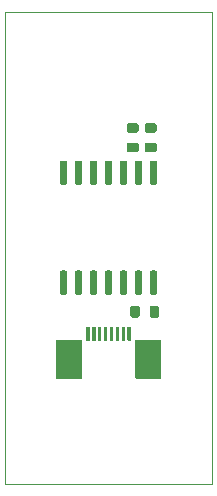
<source format=gtp>
G04 #@! TF.GenerationSoftware,KiCad,Pcbnew,(5.1.5-0-10_14)*
G04 #@! TF.CreationDate,2020-04-10T20:26:08+03:00*
G04 #@! TF.ProjectId,connector-breakout-a1,636f6e6e-6563-4746-9f72-2d627265616b,rev?*
G04 #@! TF.SameCoordinates,Original*
G04 #@! TF.FileFunction,Paste,Top*
G04 #@! TF.FilePolarity,Positive*
%FSLAX46Y46*%
G04 Gerber Fmt 4.6, Leading zero omitted, Abs format (unit mm)*
G04 Created by KiCad (PCBNEW (5.1.5-0-10_14)) date 2020-04-10 20:26:08*
%MOMM*%
%LPD*%
G04 APERTURE LIST*
%ADD10C,0.010000*%
%ADD11C,0.100000*%
G04 APERTURE END LIST*
D10*
X100749999Y-110990000D02*
X83250001Y-110990000D01*
X83250001Y-110990000D02*
X83250000Y-70990000D01*
X100750001Y-70990000D02*
X100749999Y-110990000D01*
X83250000Y-70990000D02*
X100750000Y-70990000D01*
D11*
G36*
X96077579Y-95880963D02*
G01*
X96096996Y-95883843D01*
X96116038Y-95888613D01*
X96134520Y-95895226D01*
X96152265Y-95903619D01*
X96169102Y-95913711D01*
X96184869Y-95925404D01*
X96199413Y-95938587D01*
X96212596Y-95953131D01*
X96224289Y-95968898D01*
X96234381Y-95985735D01*
X96242774Y-96003480D01*
X96249387Y-96021962D01*
X96254157Y-96041004D01*
X96257037Y-96060421D01*
X96258000Y-96080027D01*
X96258000Y-96699973D01*
X96257037Y-96719579D01*
X96254157Y-96738996D01*
X96249387Y-96758038D01*
X96242774Y-96776520D01*
X96234381Y-96794265D01*
X96224289Y-96811102D01*
X96212596Y-96826869D01*
X96199413Y-96841413D01*
X96184869Y-96854596D01*
X96169102Y-96866289D01*
X96152265Y-96876381D01*
X96134520Y-96884774D01*
X96116038Y-96891387D01*
X96096996Y-96896157D01*
X96077579Y-96899037D01*
X96057973Y-96900000D01*
X95668027Y-96900000D01*
X95648421Y-96899037D01*
X95629004Y-96896157D01*
X95609962Y-96891387D01*
X95591480Y-96884774D01*
X95573735Y-96876381D01*
X95556898Y-96866289D01*
X95541131Y-96854596D01*
X95526587Y-96841413D01*
X95513404Y-96826869D01*
X95501711Y-96811102D01*
X95491619Y-96794265D01*
X95483226Y-96776520D01*
X95476613Y-96758038D01*
X95471843Y-96738996D01*
X95468963Y-96719579D01*
X95468000Y-96699973D01*
X95468000Y-96080027D01*
X95468963Y-96060421D01*
X95471843Y-96041004D01*
X95476613Y-96021962D01*
X95483226Y-96003480D01*
X95491619Y-95985735D01*
X95501711Y-95968898D01*
X95513404Y-95953131D01*
X95526587Y-95938587D01*
X95541131Y-95925404D01*
X95556898Y-95913711D01*
X95573735Y-95903619D01*
X95591480Y-95895226D01*
X95609962Y-95888613D01*
X95629004Y-95883843D01*
X95648421Y-95880963D01*
X95668027Y-95880000D01*
X96057973Y-95880000D01*
X96077579Y-95880963D01*
G37*
G36*
X94447579Y-95880963D02*
G01*
X94466996Y-95883843D01*
X94486038Y-95888613D01*
X94504520Y-95895226D01*
X94522265Y-95903619D01*
X94539102Y-95913711D01*
X94554869Y-95925404D01*
X94569413Y-95938587D01*
X94582596Y-95953131D01*
X94594289Y-95968898D01*
X94604381Y-95985735D01*
X94612774Y-96003480D01*
X94619387Y-96021962D01*
X94624157Y-96041004D01*
X94627037Y-96060421D01*
X94628000Y-96080027D01*
X94628000Y-96699973D01*
X94627037Y-96719579D01*
X94624157Y-96738996D01*
X94619387Y-96758038D01*
X94612774Y-96776520D01*
X94604381Y-96794265D01*
X94594289Y-96811102D01*
X94582596Y-96826869D01*
X94569413Y-96841413D01*
X94554869Y-96854596D01*
X94539102Y-96866289D01*
X94522265Y-96876381D01*
X94504520Y-96884774D01*
X94486038Y-96891387D01*
X94466996Y-96896157D01*
X94447579Y-96899037D01*
X94427973Y-96900000D01*
X94038027Y-96900000D01*
X94018421Y-96899037D01*
X93999004Y-96896157D01*
X93979962Y-96891387D01*
X93961480Y-96884774D01*
X93943735Y-96876381D01*
X93926898Y-96866289D01*
X93911131Y-96854596D01*
X93896587Y-96841413D01*
X93883404Y-96826869D01*
X93871711Y-96811102D01*
X93861619Y-96794265D01*
X93853226Y-96776520D01*
X93846613Y-96758038D01*
X93841843Y-96738996D01*
X93838963Y-96719579D01*
X93838000Y-96699973D01*
X93838000Y-96080027D01*
X93838963Y-96060421D01*
X93841843Y-96041004D01*
X93846613Y-96021962D01*
X93853226Y-96003480D01*
X93861619Y-95985735D01*
X93871711Y-95968898D01*
X93883404Y-95953131D01*
X93896587Y-95938587D01*
X93911131Y-95925404D01*
X93926898Y-95913711D01*
X93943735Y-95903619D01*
X93961480Y-95895226D01*
X93979962Y-95888613D01*
X93999004Y-95883843D01*
X94018421Y-95880963D01*
X94038027Y-95880000D01*
X94427973Y-95880000D01*
X94447579Y-95880963D01*
G37*
G36*
X94361579Y-80448963D02*
G01*
X94380996Y-80451843D01*
X94400038Y-80456613D01*
X94418520Y-80463226D01*
X94436265Y-80471619D01*
X94453102Y-80481711D01*
X94468869Y-80493404D01*
X94483413Y-80506587D01*
X94496596Y-80521131D01*
X94508289Y-80536898D01*
X94518381Y-80553735D01*
X94526774Y-80571480D01*
X94533387Y-80589962D01*
X94538157Y-80609004D01*
X94541037Y-80628421D01*
X94542000Y-80648027D01*
X94542000Y-81037973D01*
X94541037Y-81057579D01*
X94538157Y-81076996D01*
X94533387Y-81096038D01*
X94526774Y-81114520D01*
X94518381Y-81132265D01*
X94508289Y-81149102D01*
X94496596Y-81164869D01*
X94483413Y-81179413D01*
X94468869Y-81192596D01*
X94453102Y-81204289D01*
X94436265Y-81214381D01*
X94418520Y-81222774D01*
X94400038Y-81229387D01*
X94380996Y-81234157D01*
X94361579Y-81237037D01*
X94341973Y-81238000D01*
X93722027Y-81238000D01*
X93702421Y-81237037D01*
X93683004Y-81234157D01*
X93663962Y-81229387D01*
X93645480Y-81222774D01*
X93627735Y-81214381D01*
X93610898Y-81204289D01*
X93595131Y-81192596D01*
X93580587Y-81179413D01*
X93567404Y-81164869D01*
X93555711Y-81149102D01*
X93545619Y-81132265D01*
X93537226Y-81114520D01*
X93530613Y-81096038D01*
X93525843Y-81076996D01*
X93522963Y-81057579D01*
X93522000Y-81037973D01*
X93522000Y-80648027D01*
X93522963Y-80628421D01*
X93525843Y-80609004D01*
X93530613Y-80589962D01*
X93537226Y-80571480D01*
X93545619Y-80553735D01*
X93555711Y-80536898D01*
X93567404Y-80521131D01*
X93580587Y-80506587D01*
X93595131Y-80493404D01*
X93610898Y-80481711D01*
X93627735Y-80471619D01*
X93645480Y-80463226D01*
X93663962Y-80456613D01*
X93683004Y-80451843D01*
X93702421Y-80448963D01*
X93722027Y-80448000D01*
X94341973Y-80448000D01*
X94361579Y-80448963D01*
G37*
G36*
X94361579Y-82078963D02*
G01*
X94380996Y-82081843D01*
X94400038Y-82086613D01*
X94418520Y-82093226D01*
X94436265Y-82101619D01*
X94453102Y-82111711D01*
X94468869Y-82123404D01*
X94483413Y-82136587D01*
X94496596Y-82151131D01*
X94508289Y-82166898D01*
X94518381Y-82183735D01*
X94526774Y-82201480D01*
X94533387Y-82219962D01*
X94538157Y-82239004D01*
X94541037Y-82258421D01*
X94542000Y-82278027D01*
X94542000Y-82667973D01*
X94541037Y-82687579D01*
X94538157Y-82706996D01*
X94533387Y-82726038D01*
X94526774Y-82744520D01*
X94518381Y-82762265D01*
X94508289Y-82779102D01*
X94496596Y-82794869D01*
X94483413Y-82809413D01*
X94468869Y-82822596D01*
X94453102Y-82834289D01*
X94436265Y-82844381D01*
X94418520Y-82852774D01*
X94400038Y-82859387D01*
X94380996Y-82864157D01*
X94361579Y-82867037D01*
X94341973Y-82868000D01*
X93722027Y-82868000D01*
X93702421Y-82867037D01*
X93683004Y-82864157D01*
X93663962Y-82859387D01*
X93645480Y-82852774D01*
X93627735Y-82844381D01*
X93610898Y-82834289D01*
X93595131Y-82822596D01*
X93580587Y-82809413D01*
X93567404Y-82794869D01*
X93555711Y-82779102D01*
X93545619Y-82762265D01*
X93537226Y-82744520D01*
X93530613Y-82726038D01*
X93525843Y-82706996D01*
X93522963Y-82687579D01*
X93522000Y-82667973D01*
X93522000Y-82278027D01*
X93522963Y-82258421D01*
X93525843Y-82239004D01*
X93530613Y-82219962D01*
X93537226Y-82201480D01*
X93545619Y-82183735D01*
X93555711Y-82166898D01*
X93567404Y-82151131D01*
X93580587Y-82136587D01*
X93595131Y-82123404D01*
X93610898Y-82111711D01*
X93627735Y-82101619D01*
X93645480Y-82093226D01*
X93663962Y-82086613D01*
X93683004Y-82081843D01*
X93702421Y-82078963D01*
X93722027Y-82078000D01*
X94341973Y-82078000D01*
X94361579Y-82078963D01*
G37*
G36*
X95885579Y-82078963D02*
G01*
X95904996Y-82081843D01*
X95924038Y-82086613D01*
X95942520Y-82093226D01*
X95960265Y-82101619D01*
X95977102Y-82111711D01*
X95992869Y-82123404D01*
X96007413Y-82136587D01*
X96020596Y-82151131D01*
X96032289Y-82166898D01*
X96042381Y-82183735D01*
X96050774Y-82201480D01*
X96057387Y-82219962D01*
X96062157Y-82239004D01*
X96065037Y-82258421D01*
X96066000Y-82278027D01*
X96066000Y-82667973D01*
X96065037Y-82687579D01*
X96062157Y-82706996D01*
X96057387Y-82726038D01*
X96050774Y-82744520D01*
X96042381Y-82762265D01*
X96032289Y-82779102D01*
X96020596Y-82794869D01*
X96007413Y-82809413D01*
X95992869Y-82822596D01*
X95977102Y-82834289D01*
X95960265Y-82844381D01*
X95942520Y-82852774D01*
X95924038Y-82859387D01*
X95904996Y-82864157D01*
X95885579Y-82867037D01*
X95865973Y-82868000D01*
X95246027Y-82868000D01*
X95226421Y-82867037D01*
X95207004Y-82864157D01*
X95187962Y-82859387D01*
X95169480Y-82852774D01*
X95151735Y-82844381D01*
X95134898Y-82834289D01*
X95119131Y-82822596D01*
X95104587Y-82809413D01*
X95091404Y-82794869D01*
X95079711Y-82779102D01*
X95069619Y-82762265D01*
X95061226Y-82744520D01*
X95054613Y-82726038D01*
X95049843Y-82706996D01*
X95046963Y-82687579D01*
X95046000Y-82667973D01*
X95046000Y-82278027D01*
X95046963Y-82258421D01*
X95049843Y-82239004D01*
X95054613Y-82219962D01*
X95061226Y-82201480D01*
X95069619Y-82183735D01*
X95079711Y-82166898D01*
X95091404Y-82151131D01*
X95104587Y-82136587D01*
X95119131Y-82123404D01*
X95134898Y-82111711D01*
X95151735Y-82101619D01*
X95169480Y-82093226D01*
X95187962Y-82086613D01*
X95207004Y-82081843D01*
X95226421Y-82078963D01*
X95246027Y-82078000D01*
X95865973Y-82078000D01*
X95885579Y-82078963D01*
G37*
G36*
X95885579Y-80448963D02*
G01*
X95904996Y-80451843D01*
X95924038Y-80456613D01*
X95942520Y-80463226D01*
X95960265Y-80471619D01*
X95977102Y-80481711D01*
X95992869Y-80493404D01*
X96007413Y-80506587D01*
X96020596Y-80521131D01*
X96032289Y-80536898D01*
X96042381Y-80553735D01*
X96050774Y-80571480D01*
X96057387Y-80589962D01*
X96062157Y-80609004D01*
X96065037Y-80628421D01*
X96066000Y-80648027D01*
X96066000Y-81037973D01*
X96065037Y-81057579D01*
X96062157Y-81076996D01*
X96057387Y-81096038D01*
X96050774Y-81114520D01*
X96042381Y-81132265D01*
X96032289Y-81149102D01*
X96020596Y-81164869D01*
X96007413Y-81179413D01*
X95992869Y-81192596D01*
X95977102Y-81204289D01*
X95960265Y-81214381D01*
X95942520Y-81222774D01*
X95924038Y-81229387D01*
X95904996Y-81234157D01*
X95885579Y-81237037D01*
X95865973Y-81238000D01*
X95246027Y-81238000D01*
X95226421Y-81237037D01*
X95207004Y-81234157D01*
X95187962Y-81229387D01*
X95169480Y-81222774D01*
X95151735Y-81214381D01*
X95134898Y-81204289D01*
X95119131Y-81192596D01*
X95104587Y-81179413D01*
X95091404Y-81164869D01*
X95079711Y-81149102D01*
X95069619Y-81132265D01*
X95061226Y-81114520D01*
X95054613Y-81096038D01*
X95049843Y-81076996D01*
X95046963Y-81057579D01*
X95046000Y-81037973D01*
X95046000Y-80648027D01*
X95046963Y-80628421D01*
X95049843Y-80609004D01*
X95054613Y-80589962D01*
X95061226Y-80571480D01*
X95069619Y-80553735D01*
X95079711Y-80536898D01*
X95091404Y-80521131D01*
X95104587Y-80506587D01*
X95119131Y-80493404D01*
X95134898Y-80481711D01*
X95151735Y-80471619D01*
X95169480Y-80463226D01*
X95187962Y-80456613D01*
X95207004Y-80451843D01*
X95226421Y-80448963D01*
X95246027Y-80448000D01*
X95865973Y-80448000D01*
X95885579Y-80448963D01*
G37*
G36*
X88354703Y-92903722D02*
G01*
X88369264Y-92905882D01*
X88383543Y-92909459D01*
X88397403Y-92914418D01*
X88410710Y-92920712D01*
X88423336Y-92928280D01*
X88435159Y-92937048D01*
X88446066Y-92946934D01*
X88455952Y-92957841D01*
X88464720Y-92969664D01*
X88472288Y-92982290D01*
X88478582Y-92995597D01*
X88483541Y-93009457D01*
X88487118Y-93023736D01*
X88489278Y-93038297D01*
X88490000Y-93053000D01*
X88490000Y-94803000D01*
X88489278Y-94817703D01*
X88487118Y-94832264D01*
X88483541Y-94846543D01*
X88478582Y-94860403D01*
X88472288Y-94873710D01*
X88464720Y-94886336D01*
X88455952Y-94898159D01*
X88446066Y-94909066D01*
X88435159Y-94918952D01*
X88423336Y-94927720D01*
X88410710Y-94935288D01*
X88397403Y-94941582D01*
X88383543Y-94946541D01*
X88369264Y-94950118D01*
X88354703Y-94952278D01*
X88340000Y-94953000D01*
X88040000Y-94953000D01*
X88025297Y-94952278D01*
X88010736Y-94950118D01*
X87996457Y-94946541D01*
X87982597Y-94941582D01*
X87969290Y-94935288D01*
X87956664Y-94927720D01*
X87944841Y-94918952D01*
X87933934Y-94909066D01*
X87924048Y-94898159D01*
X87915280Y-94886336D01*
X87907712Y-94873710D01*
X87901418Y-94860403D01*
X87896459Y-94846543D01*
X87892882Y-94832264D01*
X87890722Y-94817703D01*
X87890000Y-94803000D01*
X87890000Y-93053000D01*
X87890722Y-93038297D01*
X87892882Y-93023736D01*
X87896459Y-93009457D01*
X87901418Y-92995597D01*
X87907712Y-92982290D01*
X87915280Y-92969664D01*
X87924048Y-92957841D01*
X87933934Y-92946934D01*
X87944841Y-92937048D01*
X87956664Y-92928280D01*
X87969290Y-92920712D01*
X87982597Y-92914418D01*
X87996457Y-92909459D01*
X88010736Y-92905882D01*
X88025297Y-92903722D01*
X88040000Y-92903000D01*
X88340000Y-92903000D01*
X88354703Y-92903722D01*
G37*
G36*
X89624703Y-92903722D02*
G01*
X89639264Y-92905882D01*
X89653543Y-92909459D01*
X89667403Y-92914418D01*
X89680710Y-92920712D01*
X89693336Y-92928280D01*
X89705159Y-92937048D01*
X89716066Y-92946934D01*
X89725952Y-92957841D01*
X89734720Y-92969664D01*
X89742288Y-92982290D01*
X89748582Y-92995597D01*
X89753541Y-93009457D01*
X89757118Y-93023736D01*
X89759278Y-93038297D01*
X89760000Y-93053000D01*
X89760000Y-94803000D01*
X89759278Y-94817703D01*
X89757118Y-94832264D01*
X89753541Y-94846543D01*
X89748582Y-94860403D01*
X89742288Y-94873710D01*
X89734720Y-94886336D01*
X89725952Y-94898159D01*
X89716066Y-94909066D01*
X89705159Y-94918952D01*
X89693336Y-94927720D01*
X89680710Y-94935288D01*
X89667403Y-94941582D01*
X89653543Y-94946541D01*
X89639264Y-94950118D01*
X89624703Y-94952278D01*
X89610000Y-94953000D01*
X89310000Y-94953000D01*
X89295297Y-94952278D01*
X89280736Y-94950118D01*
X89266457Y-94946541D01*
X89252597Y-94941582D01*
X89239290Y-94935288D01*
X89226664Y-94927720D01*
X89214841Y-94918952D01*
X89203934Y-94909066D01*
X89194048Y-94898159D01*
X89185280Y-94886336D01*
X89177712Y-94873710D01*
X89171418Y-94860403D01*
X89166459Y-94846543D01*
X89162882Y-94832264D01*
X89160722Y-94817703D01*
X89160000Y-94803000D01*
X89160000Y-93053000D01*
X89160722Y-93038297D01*
X89162882Y-93023736D01*
X89166459Y-93009457D01*
X89171418Y-92995597D01*
X89177712Y-92982290D01*
X89185280Y-92969664D01*
X89194048Y-92957841D01*
X89203934Y-92946934D01*
X89214841Y-92937048D01*
X89226664Y-92928280D01*
X89239290Y-92920712D01*
X89252597Y-92914418D01*
X89266457Y-92909459D01*
X89280736Y-92905882D01*
X89295297Y-92903722D01*
X89310000Y-92903000D01*
X89610000Y-92903000D01*
X89624703Y-92903722D01*
G37*
G36*
X90894703Y-92903722D02*
G01*
X90909264Y-92905882D01*
X90923543Y-92909459D01*
X90937403Y-92914418D01*
X90950710Y-92920712D01*
X90963336Y-92928280D01*
X90975159Y-92937048D01*
X90986066Y-92946934D01*
X90995952Y-92957841D01*
X91004720Y-92969664D01*
X91012288Y-92982290D01*
X91018582Y-92995597D01*
X91023541Y-93009457D01*
X91027118Y-93023736D01*
X91029278Y-93038297D01*
X91030000Y-93053000D01*
X91030000Y-94803000D01*
X91029278Y-94817703D01*
X91027118Y-94832264D01*
X91023541Y-94846543D01*
X91018582Y-94860403D01*
X91012288Y-94873710D01*
X91004720Y-94886336D01*
X90995952Y-94898159D01*
X90986066Y-94909066D01*
X90975159Y-94918952D01*
X90963336Y-94927720D01*
X90950710Y-94935288D01*
X90937403Y-94941582D01*
X90923543Y-94946541D01*
X90909264Y-94950118D01*
X90894703Y-94952278D01*
X90880000Y-94953000D01*
X90580000Y-94953000D01*
X90565297Y-94952278D01*
X90550736Y-94950118D01*
X90536457Y-94946541D01*
X90522597Y-94941582D01*
X90509290Y-94935288D01*
X90496664Y-94927720D01*
X90484841Y-94918952D01*
X90473934Y-94909066D01*
X90464048Y-94898159D01*
X90455280Y-94886336D01*
X90447712Y-94873710D01*
X90441418Y-94860403D01*
X90436459Y-94846543D01*
X90432882Y-94832264D01*
X90430722Y-94817703D01*
X90430000Y-94803000D01*
X90430000Y-93053000D01*
X90430722Y-93038297D01*
X90432882Y-93023736D01*
X90436459Y-93009457D01*
X90441418Y-92995597D01*
X90447712Y-92982290D01*
X90455280Y-92969664D01*
X90464048Y-92957841D01*
X90473934Y-92946934D01*
X90484841Y-92937048D01*
X90496664Y-92928280D01*
X90509290Y-92920712D01*
X90522597Y-92914418D01*
X90536457Y-92909459D01*
X90550736Y-92905882D01*
X90565297Y-92903722D01*
X90580000Y-92903000D01*
X90880000Y-92903000D01*
X90894703Y-92903722D01*
G37*
G36*
X92164703Y-92903722D02*
G01*
X92179264Y-92905882D01*
X92193543Y-92909459D01*
X92207403Y-92914418D01*
X92220710Y-92920712D01*
X92233336Y-92928280D01*
X92245159Y-92937048D01*
X92256066Y-92946934D01*
X92265952Y-92957841D01*
X92274720Y-92969664D01*
X92282288Y-92982290D01*
X92288582Y-92995597D01*
X92293541Y-93009457D01*
X92297118Y-93023736D01*
X92299278Y-93038297D01*
X92300000Y-93053000D01*
X92300000Y-94803000D01*
X92299278Y-94817703D01*
X92297118Y-94832264D01*
X92293541Y-94846543D01*
X92288582Y-94860403D01*
X92282288Y-94873710D01*
X92274720Y-94886336D01*
X92265952Y-94898159D01*
X92256066Y-94909066D01*
X92245159Y-94918952D01*
X92233336Y-94927720D01*
X92220710Y-94935288D01*
X92207403Y-94941582D01*
X92193543Y-94946541D01*
X92179264Y-94950118D01*
X92164703Y-94952278D01*
X92150000Y-94953000D01*
X91850000Y-94953000D01*
X91835297Y-94952278D01*
X91820736Y-94950118D01*
X91806457Y-94946541D01*
X91792597Y-94941582D01*
X91779290Y-94935288D01*
X91766664Y-94927720D01*
X91754841Y-94918952D01*
X91743934Y-94909066D01*
X91734048Y-94898159D01*
X91725280Y-94886336D01*
X91717712Y-94873710D01*
X91711418Y-94860403D01*
X91706459Y-94846543D01*
X91702882Y-94832264D01*
X91700722Y-94817703D01*
X91700000Y-94803000D01*
X91700000Y-93053000D01*
X91700722Y-93038297D01*
X91702882Y-93023736D01*
X91706459Y-93009457D01*
X91711418Y-92995597D01*
X91717712Y-92982290D01*
X91725280Y-92969664D01*
X91734048Y-92957841D01*
X91743934Y-92946934D01*
X91754841Y-92937048D01*
X91766664Y-92928280D01*
X91779290Y-92920712D01*
X91792597Y-92914418D01*
X91806457Y-92909459D01*
X91820736Y-92905882D01*
X91835297Y-92903722D01*
X91850000Y-92903000D01*
X92150000Y-92903000D01*
X92164703Y-92903722D01*
G37*
G36*
X93434703Y-92903722D02*
G01*
X93449264Y-92905882D01*
X93463543Y-92909459D01*
X93477403Y-92914418D01*
X93490710Y-92920712D01*
X93503336Y-92928280D01*
X93515159Y-92937048D01*
X93526066Y-92946934D01*
X93535952Y-92957841D01*
X93544720Y-92969664D01*
X93552288Y-92982290D01*
X93558582Y-92995597D01*
X93563541Y-93009457D01*
X93567118Y-93023736D01*
X93569278Y-93038297D01*
X93570000Y-93053000D01*
X93570000Y-94803000D01*
X93569278Y-94817703D01*
X93567118Y-94832264D01*
X93563541Y-94846543D01*
X93558582Y-94860403D01*
X93552288Y-94873710D01*
X93544720Y-94886336D01*
X93535952Y-94898159D01*
X93526066Y-94909066D01*
X93515159Y-94918952D01*
X93503336Y-94927720D01*
X93490710Y-94935288D01*
X93477403Y-94941582D01*
X93463543Y-94946541D01*
X93449264Y-94950118D01*
X93434703Y-94952278D01*
X93420000Y-94953000D01*
X93120000Y-94953000D01*
X93105297Y-94952278D01*
X93090736Y-94950118D01*
X93076457Y-94946541D01*
X93062597Y-94941582D01*
X93049290Y-94935288D01*
X93036664Y-94927720D01*
X93024841Y-94918952D01*
X93013934Y-94909066D01*
X93004048Y-94898159D01*
X92995280Y-94886336D01*
X92987712Y-94873710D01*
X92981418Y-94860403D01*
X92976459Y-94846543D01*
X92972882Y-94832264D01*
X92970722Y-94817703D01*
X92970000Y-94803000D01*
X92970000Y-93053000D01*
X92970722Y-93038297D01*
X92972882Y-93023736D01*
X92976459Y-93009457D01*
X92981418Y-92995597D01*
X92987712Y-92982290D01*
X92995280Y-92969664D01*
X93004048Y-92957841D01*
X93013934Y-92946934D01*
X93024841Y-92937048D01*
X93036664Y-92928280D01*
X93049290Y-92920712D01*
X93062597Y-92914418D01*
X93076457Y-92909459D01*
X93090736Y-92905882D01*
X93105297Y-92903722D01*
X93120000Y-92903000D01*
X93420000Y-92903000D01*
X93434703Y-92903722D01*
G37*
G36*
X94704703Y-92903722D02*
G01*
X94719264Y-92905882D01*
X94733543Y-92909459D01*
X94747403Y-92914418D01*
X94760710Y-92920712D01*
X94773336Y-92928280D01*
X94785159Y-92937048D01*
X94796066Y-92946934D01*
X94805952Y-92957841D01*
X94814720Y-92969664D01*
X94822288Y-92982290D01*
X94828582Y-92995597D01*
X94833541Y-93009457D01*
X94837118Y-93023736D01*
X94839278Y-93038297D01*
X94840000Y-93053000D01*
X94840000Y-94803000D01*
X94839278Y-94817703D01*
X94837118Y-94832264D01*
X94833541Y-94846543D01*
X94828582Y-94860403D01*
X94822288Y-94873710D01*
X94814720Y-94886336D01*
X94805952Y-94898159D01*
X94796066Y-94909066D01*
X94785159Y-94918952D01*
X94773336Y-94927720D01*
X94760710Y-94935288D01*
X94747403Y-94941582D01*
X94733543Y-94946541D01*
X94719264Y-94950118D01*
X94704703Y-94952278D01*
X94690000Y-94953000D01*
X94390000Y-94953000D01*
X94375297Y-94952278D01*
X94360736Y-94950118D01*
X94346457Y-94946541D01*
X94332597Y-94941582D01*
X94319290Y-94935288D01*
X94306664Y-94927720D01*
X94294841Y-94918952D01*
X94283934Y-94909066D01*
X94274048Y-94898159D01*
X94265280Y-94886336D01*
X94257712Y-94873710D01*
X94251418Y-94860403D01*
X94246459Y-94846543D01*
X94242882Y-94832264D01*
X94240722Y-94817703D01*
X94240000Y-94803000D01*
X94240000Y-93053000D01*
X94240722Y-93038297D01*
X94242882Y-93023736D01*
X94246459Y-93009457D01*
X94251418Y-92995597D01*
X94257712Y-92982290D01*
X94265280Y-92969664D01*
X94274048Y-92957841D01*
X94283934Y-92946934D01*
X94294841Y-92937048D01*
X94306664Y-92928280D01*
X94319290Y-92920712D01*
X94332597Y-92914418D01*
X94346457Y-92909459D01*
X94360736Y-92905882D01*
X94375297Y-92903722D01*
X94390000Y-92903000D01*
X94690000Y-92903000D01*
X94704703Y-92903722D01*
G37*
G36*
X95974703Y-92903722D02*
G01*
X95989264Y-92905882D01*
X96003543Y-92909459D01*
X96017403Y-92914418D01*
X96030710Y-92920712D01*
X96043336Y-92928280D01*
X96055159Y-92937048D01*
X96066066Y-92946934D01*
X96075952Y-92957841D01*
X96084720Y-92969664D01*
X96092288Y-92982290D01*
X96098582Y-92995597D01*
X96103541Y-93009457D01*
X96107118Y-93023736D01*
X96109278Y-93038297D01*
X96110000Y-93053000D01*
X96110000Y-94803000D01*
X96109278Y-94817703D01*
X96107118Y-94832264D01*
X96103541Y-94846543D01*
X96098582Y-94860403D01*
X96092288Y-94873710D01*
X96084720Y-94886336D01*
X96075952Y-94898159D01*
X96066066Y-94909066D01*
X96055159Y-94918952D01*
X96043336Y-94927720D01*
X96030710Y-94935288D01*
X96017403Y-94941582D01*
X96003543Y-94946541D01*
X95989264Y-94950118D01*
X95974703Y-94952278D01*
X95960000Y-94953000D01*
X95660000Y-94953000D01*
X95645297Y-94952278D01*
X95630736Y-94950118D01*
X95616457Y-94946541D01*
X95602597Y-94941582D01*
X95589290Y-94935288D01*
X95576664Y-94927720D01*
X95564841Y-94918952D01*
X95553934Y-94909066D01*
X95544048Y-94898159D01*
X95535280Y-94886336D01*
X95527712Y-94873710D01*
X95521418Y-94860403D01*
X95516459Y-94846543D01*
X95512882Y-94832264D01*
X95510722Y-94817703D01*
X95510000Y-94803000D01*
X95510000Y-93053000D01*
X95510722Y-93038297D01*
X95512882Y-93023736D01*
X95516459Y-93009457D01*
X95521418Y-92995597D01*
X95527712Y-92982290D01*
X95535280Y-92969664D01*
X95544048Y-92957841D01*
X95553934Y-92946934D01*
X95564841Y-92937048D01*
X95576664Y-92928280D01*
X95589290Y-92920712D01*
X95602597Y-92914418D01*
X95616457Y-92909459D01*
X95630736Y-92905882D01*
X95645297Y-92903722D01*
X95660000Y-92903000D01*
X95960000Y-92903000D01*
X95974703Y-92903722D01*
G37*
G36*
X95974703Y-83603722D02*
G01*
X95989264Y-83605882D01*
X96003543Y-83609459D01*
X96017403Y-83614418D01*
X96030710Y-83620712D01*
X96043336Y-83628280D01*
X96055159Y-83637048D01*
X96066066Y-83646934D01*
X96075952Y-83657841D01*
X96084720Y-83669664D01*
X96092288Y-83682290D01*
X96098582Y-83695597D01*
X96103541Y-83709457D01*
X96107118Y-83723736D01*
X96109278Y-83738297D01*
X96110000Y-83753000D01*
X96110000Y-85503000D01*
X96109278Y-85517703D01*
X96107118Y-85532264D01*
X96103541Y-85546543D01*
X96098582Y-85560403D01*
X96092288Y-85573710D01*
X96084720Y-85586336D01*
X96075952Y-85598159D01*
X96066066Y-85609066D01*
X96055159Y-85618952D01*
X96043336Y-85627720D01*
X96030710Y-85635288D01*
X96017403Y-85641582D01*
X96003543Y-85646541D01*
X95989264Y-85650118D01*
X95974703Y-85652278D01*
X95960000Y-85653000D01*
X95660000Y-85653000D01*
X95645297Y-85652278D01*
X95630736Y-85650118D01*
X95616457Y-85646541D01*
X95602597Y-85641582D01*
X95589290Y-85635288D01*
X95576664Y-85627720D01*
X95564841Y-85618952D01*
X95553934Y-85609066D01*
X95544048Y-85598159D01*
X95535280Y-85586336D01*
X95527712Y-85573710D01*
X95521418Y-85560403D01*
X95516459Y-85546543D01*
X95512882Y-85532264D01*
X95510722Y-85517703D01*
X95510000Y-85503000D01*
X95510000Y-83753000D01*
X95510722Y-83738297D01*
X95512882Y-83723736D01*
X95516459Y-83709457D01*
X95521418Y-83695597D01*
X95527712Y-83682290D01*
X95535280Y-83669664D01*
X95544048Y-83657841D01*
X95553934Y-83646934D01*
X95564841Y-83637048D01*
X95576664Y-83628280D01*
X95589290Y-83620712D01*
X95602597Y-83614418D01*
X95616457Y-83609459D01*
X95630736Y-83605882D01*
X95645297Y-83603722D01*
X95660000Y-83603000D01*
X95960000Y-83603000D01*
X95974703Y-83603722D01*
G37*
G36*
X94704703Y-83603722D02*
G01*
X94719264Y-83605882D01*
X94733543Y-83609459D01*
X94747403Y-83614418D01*
X94760710Y-83620712D01*
X94773336Y-83628280D01*
X94785159Y-83637048D01*
X94796066Y-83646934D01*
X94805952Y-83657841D01*
X94814720Y-83669664D01*
X94822288Y-83682290D01*
X94828582Y-83695597D01*
X94833541Y-83709457D01*
X94837118Y-83723736D01*
X94839278Y-83738297D01*
X94840000Y-83753000D01*
X94840000Y-85503000D01*
X94839278Y-85517703D01*
X94837118Y-85532264D01*
X94833541Y-85546543D01*
X94828582Y-85560403D01*
X94822288Y-85573710D01*
X94814720Y-85586336D01*
X94805952Y-85598159D01*
X94796066Y-85609066D01*
X94785159Y-85618952D01*
X94773336Y-85627720D01*
X94760710Y-85635288D01*
X94747403Y-85641582D01*
X94733543Y-85646541D01*
X94719264Y-85650118D01*
X94704703Y-85652278D01*
X94690000Y-85653000D01*
X94390000Y-85653000D01*
X94375297Y-85652278D01*
X94360736Y-85650118D01*
X94346457Y-85646541D01*
X94332597Y-85641582D01*
X94319290Y-85635288D01*
X94306664Y-85627720D01*
X94294841Y-85618952D01*
X94283934Y-85609066D01*
X94274048Y-85598159D01*
X94265280Y-85586336D01*
X94257712Y-85573710D01*
X94251418Y-85560403D01*
X94246459Y-85546543D01*
X94242882Y-85532264D01*
X94240722Y-85517703D01*
X94240000Y-85503000D01*
X94240000Y-83753000D01*
X94240722Y-83738297D01*
X94242882Y-83723736D01*
X94246459Y-83709457D01*
X94251418Y-83695597D01*
X94257712Y-83682290D01*
X94265280Y-83669664D01*
X94274048Y-83657841D01*
X94283934Y-83646934D01*
X94294841Y-83637048D01*
X94306664Y-83628280D01*
X94319290Y-83620712D01*
X94332597Y-83614418D01*
X94346457Y-83609459D01*
X94360736Y-83605882D01*
X94375297Y-83603722D01*
X94390000Y-83603000D01*
X94690000Y-83603000D01*
X94704703Y-83603722D01*
G37*
G36*
X93434703Y-83603722D02*
G01*
X93449264Y-83605882D01*
X93463543Y-83609459D01*
X93477403Y-83614418D01*
X93490710Y-83620712D01*
X93503336Y-83628280D01*
X93515159Y-83637048D01*
X93526066Y-83646934D01*
X93535952Y-83657841D01*
X93544720Y-83669664D01*
X93552288Y-83682290D01*
X93558582Y-83695597D01*
X93563541Y-83709457D01*
X93567118Y-83723736D01*
X93569278Y-83738297D01*
X93570000Y-83753000D01*
X93570000Y-85503000D01*
X93569278Y-85517703D01*
X93567118Y-85532264D01*
X93563541Y-85546543D01*
X93558582Y-85560403D01*
X93552288Y-85573710D01*
X93544720Y-85586336D01*
X93535952Y-85598159D01*
X93526066Y-85609066D01*
X93515159Y-85618952D01*
X93503336Y-85627720D01*
X93490710Y-85635288D01*
X93477403Y-85641582D01*
X93463543Y-85646541D01*
X93449264Y-85650118D01*
X93434703Y-85652278D01*
X93420000Y-85653000D01*
X93120000Y-85653000D01*
X93105297Y-85652278D01*
X93090736Y-85650118D01*
X93076457Y-85646541D01*
X93062597Y-85641582D01*
X93049290Y-85635288D01*
X93036664Y-85627720D01*
X93024841Y-85618952D01*
X93013934Y-85609066D01*
X93004048Y-85598159D01*
X92995280Y-85586336D01*
X92987712Y-85573710D01*
X92981418Y-85560403D01*
X92976459Y-85546543D01*
X92972882Y-85532264D01*
X92970722Y-85517703D01*
X92970000Y-85503000D01*
X92970000Y-83753000D01*
X92970722Y-83738297D01*
X92972882Y-83723736D01*
X92976459Y-83709457D01*
X92981418Y-83695597D01*
X92987712Y-83682290D01*
X92995280Y-83669664D01*
X93004048Y-83657841D01*
X93013934Y-83646934D01*
X93024841Y-83637048D01*
X93036664Y-83628280D01*
X93049290Y-83620712D01*
X93062597Y-83614418D01*
X93076457Y-83609459D01*
X93090736Y-83605882D01*
X93105297Y-83603722D01*
X93120000Y-83603000D01*
X93420000Y-83603000D01*
X93434703Y-83603722D01*
G37*
G36*
X92164703Y-83603722D02*
G01*
X92179264Y-83605882D01*
X92193543Y-83609459D01*
X92207403Y-83614418D01*
X92220710Y-83620712D01*
X92233336Y-83628280D01*
X92245159Y-83637048D01*
X92256066Y-83646934D01*
X92265952Y-83657841D01*
X92274720Y-83669664D01*
X92282288Y-83682290D01*
X92288582Y-83695597D01*
X92293541Y-83709457D01*
X92297118Y-83723736D01*
X92299278Y-83738297D01*
X92300000Y-83753000D01*
X92300000Y-85503000D01*
X92299278Y-85517703D01*
X92297118Y-85532264D01*
X92293541Y-85546543D01*
X92288582Y-85560403D01*
X92282288Y-85573710D01*
X92274720Y-85586336D01*
X92265952Y-85598159D01*
X92256066Y-85609066D01*
X92245159Y-85618952D01*
X92233336Y-85627720D01*
X92220710Y-85635288D01*
X92207403Y-85641582D01*
X92193543Y-85646541D01*
X92179264Y-85650118D01*
X92164703Y-85652278D01*
X92150000Y-85653000D01*
X91850000Y-85653000D01*
X91835297Y-85652278D01*
X91820736Y-85650118D01*
X91806457Y-85646541D01*
X91792597Y-85641582D01*
X91779290Y-85635288D01*
X91766664Y-85627720D01*
X91754841Y-85618952D01*
X91743934Y-85609066D01*
X91734048Y-85598159D01*
X91725280Y-85586336D01*
X91717712Y-85573710D01*
X91711418Y-85560403D01*
X91706459Y-85546543D01*
X91702882Y-85532264D01*
X91700722Y-85517703D01*
X91700000Y-85503000D01*
X91700000Y-83753000D01*
X91700722Y-83738297D01*
X91702882Y-83723736D01*
X91706459Y-83709457D01*
X91711418Y-83695597D01*
X91717712Y-83682290D01*
X91725280Y-83669664D01*
X91734048Y-83657841D01*
X91743934Y-83646934D01*
X91754841Y-83637048D01*
X91766664Y-83628280D01*
X91779290Y-83620712D01*
X91792597Y-83614418D01*
X91806457Y-83609459D01*
X91820736Y-83605882D01*
X91835297Y-83603722D01*
X91850000Y-83603000D01*
X92150000Y-83603000D01*
X92164703Y-83603722D01*
G37*
G36*
X90894703Y-83603722D02*
G01*
X90909264Y-83605882D01*
X90923543Y-83609459D01*
X90937403Y-83614418D01*
X90950710Y-83620712D01*
X90963336Y-83628280D01*
X90975159Y-83637048D01*
X90986066Y-83646934D01*
X90995952Y-83657841D01*
X91004720Y-83669664D01*
X91012288Y-83682290D01*
X91018582Y-83695597D01*
X91023541Y-83709457D01*
X91027118Y-83723736D01*
X91029278Y-83738297D01*
X91030000Y-83753000D01*
X91030000Y-85503000D01*
X91029278Y-85517703D01*
X91027118Y-85532264D01*
X91023541Y-85546543D01*
X91018582Y-85560403D01*
X91012288Y-85573710D01*
X91004720Y-85586336D01*
X90995952Y-85598159D01*
X90986066Y-85609066D01*
X90975159Y-85618952D01*
X90963336Y-85627720D01*
X90950710Y-85635288D01*
X90937403Y-85641582D01*
X90923543Y-85646541D01*
X90909264Y-85650118D01*
X90894703Y-85652278D01*
X90880000Y-85653000D01*
X90580000Y-85653000D01*
X90565297Y-85652278D01*
X90550736Y-85650118D01*
X90536457Y-85646541D01*
X90522597Y-85641582D01*
X90509290Y-85635288D01*
X90496664Y-85627720D01*
X90484841Y-85618952D01*
X90473934Y-85609066D01*
X90464048Y-85598159D01*
X90455280Y-85586336D01*
X90447712Y-85573710D01*
X90441418Y-85560403D01*
X90436459Y-85546543D01*
X90432882Y-85532264D01*
X90430722Y-85517703D01*
X90430000Y-85503000D01*
X90430000Y-83753000D01*
X90430722Y-83738297D01*
X90432882Y-83723736D01*
X90436459Y-83709457D01*
X90441418Y-83695597D01*
X90447712Y-83682290D01*
X90455280Y-83669664D01*
X90464048Y-83657841D01*
X90473934Y-83646934D01*
X90484841Y-83637048D01*
X90496664Y-83628280D01*
X90509290Y-83620712D01*
X90522597Y-83614418D01*
X90536457Y-83609459D01*
X90550736Y-83605882D01*
X90565297Y-83603722D01*
X90580000Y-83603000D01*
X90880000Y-83603000D01*
X90894703Y-83603722D01*
G37*
G36*
X89624703Y-83603722D02*
G01*
X89639264Y-83605882D01*
X89653543Y-83609459D01*
X89667403Y-83614418D01*
X89680710Y-83620712D01*
X89693336Y-83628280D01*
X89705159Y-83637048D01*
X89716066Y-83646934D01*
X89725952Y-83657841D01*
X89734720Y-83669664D01*
X89742288Y-83682290D01*
X89748582Y-83695597D01*
X89753541Y-83709457D01*
X89757118Y-83723736D01*
X89759278Y-83738297D01*
X89760000Y-83753000D01*
X89760000Y-85503000D01*
X89759278Y-85517703D01*
X89757118Y-85532264D01*
X89753541Y-85546543D01*
X89748582Y-85560403D01*
X89742288Y-85573710D01*
X89734720Y-85586336D01*
X89725952Y-85598159D01*
X89716066Y-85609066D01*
X89705159Y-85618952D01*
X89693336Y-85627720D01*
X89680710Y-85635288D01*
X89667403Y-85641582D01*
X89653543Y-85646541D01*
X89639264Y-85650118D01*
X89624703Y-85652278D01*
X89610000Y-85653000D01*
X89310000Y-85653000D01*
X89295297Y-85652278D01*
X89280736Y-85650118D01*
X89266457Y-85646541D01*
X89252597Y-85641582D01*
X89239290Y-85635288D01*
X89226664Y-85627720D01*
X89214841Y-85618952D01*
X89203934Y-85609066D01*
X89194048Y-85598159D01*
X89185280Y-85586336D01*
X89177712Y-85573710D01*
X89171418Y-85560403D01*
X89166459Y-85546543D01*
X89162882Y-85532264D01*
X89160722Y-85517703D01*
X89160000Y-85503000D01*
X89160000Y-83753000D01*
X89160722Y-83738297D01*
X89162882Y-83723736D01*
X89166459Y-83709457D01*
X89171418Y-83695597D01*
X89177712Y-83682290D01*
X89185280Y-83669664D01*
X89194048Y-83657841D01*
X89203934Y-83646934D01*
X89214841Y-83637048D01*
X89226664Y-83628280D01*
X89239290Y-83620712D01*
X89252597Y-83614418D01*
X89266457Y-83609459D01*
X89280736Y-83605882D01*
X89295297Y-83603722D01*
X89310000Y-83603000D01*
X89610000Y-83603000D01*
X89624703Y-83603722D01*
G37*
G36*
X88354703Y-83603722D02*
G01*
X88369264Y-83605882D01*
X88383543Y-83609459D01*
X88397403Y-83614418D01*
X88410710Y-83620712D01*
X88423336Y-83628280D01*
X88435159Y-83637048D01*
X88446066Y-83646934D01*
X88455952Y-83657841D01*
X88464720Y-83669664D01*
X88472288Y-83682290D01*
X88478582Y-83695597D01*
X88483541Y-83709457D01*
X88487118Y-83723736D01*
X88489278Y-83738297D01*
X88490000Y-83753000D01*
X88490000Y-85503000D01*
X88489278Y-85517703D01*
X88487118Y-85532264D01*
X88483541Y-85546543D01*
X88478582Y-85560403D01*
X88472288Y-85573710D01*
X88464720Y-85586336D01*
X88455952Y-85598159D01*
X88446066Y-85609066D01*
X88435159Y-85618952D01*
X88423336Y-85627720D01*
X88410710Y-85635288D01*
X88397403Y-85641582D01*
X88383543Y-85646541D01*
X88369264Y-85650118D01*
X88354703Y-85652278D01*
X88340000Y-85653000D01*
X88040000Y-85653000D01*
X88025297Y-85652278D01*
X88010736Y-85650118D01*
X87996457Y-85646541D01*
X87982597Y-85641582D01*
X87969290Y-85635288D01*
X87956664Y-85627720D01*
X87944841Y-85618952D01*
X87933934Y-85609066D01*
X87924048Y-85598159D01*
X87915280Y-85586336D01*
X87907712Y-85573710D01*
X87901418Y-85560403D01*
X87896459Y-85546543D01*
X87892882Y-85532264D01*
X87890722Y-85517703D01*
X87890000Y-85503000D01*
X87890000Y-83753000D01*
X87890722Y-83738297D01*
X87892882Y-83723736D01*
X87896459Y-83709457D01*
X87901418Y-83695597D01*
X87907712Y-83682290D01*
X87915280Y-83669664D01*
X87924048Y-83657841D01*
X87933934Y-83646934D01*
X87944841Y-83637048D01*
X87956664Y-83628280D01*
X87969290Y-83620712D01*
X87982597Y-83614418D01*
X87996457Y-83609459D01*
X88010736Y-83605882D01*
X88025297Y-83603722D01*
X88040000Y-83603000D01*
X88340000Y-83603000D01*
X88354703Y-83603722D01*
G37*
G36*
X90354811Y-97654241D02*
G01*
X90359674Y-97654963D01*
X90364443Y-97656157D01*
X90369072Y-97657814D01*
X90373517Y-97659916D01*
X90377734Y-97662443D01*
X90381683Y-97665372D01*
X90385326Y-97668674D01*
X90388628Y-97672317D01*
X90391557Y-97676266D01*
X90394084Y-97680483D01*
X90396186Y-97684928D01*
X90397843Y-97689557D01*
X90399037Y-97694326D01*
X90399759Y-97699189D01*
X90400000Y-97704100D01*
X90400000Y-98803900D01*
X90399759Y-98808811D01*
X90399037Y-98813674D01*
X90397843Y-98818443D01*
X90396186Y-98823072D01*
X90394084Y-98827517D01*
X90391557Y-98831734D01*
X90388628Y-98835683D01*
X90385326Y-98839326D01*
X90381683Y-98842628D01*
X90377734Y-98845557D01*
X90373517Y-98848084D01*
X90369072Y-98850186D01*
X90364443Y-98851843D01*
X90359674Y-98853037D01*
X90354811Y-98853759D01*
X90349900Y-98854000D01*
X90150100Y-98854000D01*
X90145189Y-98853759D01*
X90140326Y-98853037D01*
X90135557Y-98851843D01*
X90130928Y-98850186D01*
X90126483Y-98848084D01*
X90122266Y-98845557D01*
X90118317Y-98842628D01*
X90114674Y-98839326D01*
X90111372Y-98835683D01*
X90108443Y-98831734D01*
X90105916Y-98827517D01*
X90103814Y-98823072D01*
X90102157Y-98818443D01*
X90100963Y-98813674D01*
X90100241Y-98808811D01*
X90100000Y-98803900D01*
X90100000Y-97704100D01*
X90100241Y-97699189D01*
X90100963Y-97694326D01*
X90102157Y-97689557D01*
X90103814Y-97684928D01*
X90105916Y-97680483D01*
X90108443Y-97676266D01*
X90111372Y-97672317D01*
X90114674Y-97668674D01*
X90118317Y-97665372D01*
X90122266Y-97662443D01*
X90126483Y-97659916D01*
X90130928Y-97657814D01*
X90135557Y-97656157D01*
X90140326Y-97654963D01*
X90145189Y-97654241D01*
X90150100Y-97654000D01*
X90349900Y-97654000D01*
X90354811Y-97654241D01*
G37*
G36*
X90854811Y-97654241D02*
G01*
X90859674Y-97654963D01*
X90864443Y-97656157D01*
X90869072Y-97657814D01*
X90873517Y-97659916D01*
X90877734Y-97662443D01*
X90881683Y-97665372D01*
X90885326Y-97668674D01*
X90888628Y-97672317D01*
X90891557Y-97676266D01*
X90894084Y-97680483D01*
X90896186Y-97684928D01*
X90897843Y-97689557D01*
X90899037Y-97694326D01*
X90899759Y-97699189D01*
X90900000Y-97704100D01*
X90900000Y-98803900D01*
X90899759Y-98808811D01*
X90899037Y-98813674D01*
X90897843Y-98818443D01*
X90896186Y-98823072D01*
X90894084Y-98827517D01*
X90891557Y-98831734D01*
X90888628Y-98835683D01*
X90885326Y-98839326D01*
X90881683Y-98842628D01*
X90877734Y-98845557D01*
X90873517Y-98848084D01*
X90869072Y-98850186D01*
X90864443Y-98851843D01*
X90859674Y-98853037D01*
X90854811Y-98853759D01*
X90849900Y-98854000D01*
X90650100Y-98854000D01*
X90645189Y-98853759D01*
X90640326Y-98853037D01*
X90635557Y-98851843D01*
X90630928Y-98850186D01*
X90626483Y-98848084D01*
X90622266Y-98845557D01*
X90618317Y-98842628D01*
X90614674Y-98839326D01*
X90611372Y-98835683D01*
X90608443Y-98831734D01*
X90605916Y-98827517D01*
X90603814Y-98823072D01*
X90602157Y-98818443D01*
X90600963Y-98813674D01*
X90600241Y-98808811D01*
X90600000Y-98803900D01*
X90600000Y-97704100D01*
X90600241Y-97699189D01*
X90600963Y-97694326D01*
X90602157Y-97689557D01*
X90603814Y-97684928D01*
X90605916Y-97680483D01*
X90608443Y-97676266D01*
X90611372Y-97672317D01*
X90614674Y-97668674D01*
X90618317Y-97665372D01*
X90622266Y-97662443D01*
X90626483Y-97659916D01*
X90630928Y-97657814D01*
X90635557Y-97656157D01*
X90640326Y-97654963D01*
X90645189Y-97654241D01*
X90650100Y-97654000D01*
X90849900Y-97654000D01*
X90854811Y-97654241D01*
G37*
G36*
X91354811Y-97654241D02*
G01*
X91359674Y-97654963D01*
X91364443Y-97656157D01*
X91369072Y-97657814D01*
X91373517Y-97659916D01*
X91377734Y-97662443D01*
X91381683Y-97665372D01*
X91385326Y-97668674D01*
X91388628Y-97672317D01*
X91391557Y-97676266D01*
X91394084Y-97680483D01*
X91396186Y-97684928D01*
X91397843Y-97689557D01*
X91399037Y-97694326D01*
X91399759Y-97699189D01*
X91400000Y-97704100D01*
X91400000Y-98803900D01*
X91399759Y-98808811D01*
X91399037Y-98813674D01*
X91397843Y-98818443D01*
X91396186Y-98823072D01*
X91394084Y-98827517D01*
X91391557Y-98831734D01*
X91388628Y-98835683D01*
X91385326Y-98839326D01*
X91381683Y-98842628D01*
X91377734Y-98845557D01*
X91373517Y-98848084D01*
X91369072Y-98850186D01*
X91364443Y-98851843D01*
X91359674Y-98853037D01*
X91354811Y-98853759D01*
X91349900Y-98854000D01*
X91150100Y-98854000D01*
X91145189Y-98853759D01*
X91140326Y-98853037D01*
X91135557Y-98851843D01*
X91130928Y-98850186D01*
X91126483Y-98848084D01*
X91122266Y-98845557D01*
X91118317Y-98842628D01*
X91114674Y-98839326D01*
X91111372Y-98835683D01*
X91108443Y-98831734D01*
X91105916Y-98827517D01*
X91103814Y-98823072D01*
X91102157Y-98818443D01*
X91100963Y-98813674D01*
X91100241Y-98808811D01*
X91100000Y-98803900D01*
X91100000Y-97704100D01*
X91100241Y-97699189D01*
X91100963Y-97694326D01*
X91102157Y-97689557D01*
X91103814Y-97684928D01*
X91105916Y-97680483D01*
X91108443Y-97676266D01*
X91111372Y-97672317D01*
X91114674Y-97668674D01*
X91118317Y-97665372D01*
X91122266Y-97662443D01*
X91126483Y-97659916D01*
X91130928Y-97657814D01*
X91135557Y-97656157D01*
X91140326Y-97654963D01*
X91145189Y-97654241D01*
X91150100Y-97654000D01*
X91349900Y-97654000D01*
X91354811Y-97654241D01*
G37*
G36*
X91854811Y-97654241D02*
G01*
X91859674Y-97654963D01*
X91864443Y-97656157D01*
X91869072Y-97657814D01*
X91873517Y-97659916D01*
X91877734Y-97662443D01*
X91881683Y-97665372D01*
X91885326Y-97668674D01*
X91888628Y-97672317D01*
X91891557Y-97676266D01*
X91894084Y-97680483D01*
X91896186Y-97684928D01*
X91897843Y-97689557D01*
X91899037Y-97694326D01*
X91899759Y-97699189D01*
X91900000Y-97704100D01*
X91900000Y-98803900D01*
X91899759Y-98808811D01*
X91899037Y-98813674D01*
X91897843Y-98818443D01*
X91896186Y-98823072D01*
X91894084Y-98827517D01*
X91891557Y-98831734D01*
X91888628Y-98835683D01*
X91885326Y-98839326D01*
X91881683Y-98842628D01*
X91877734Y-98845557D01*
X91873517Y-98848084D01*
X91869072Y-98850186D01*
X91864443Y-98851843D01*
X91859674Y-98853037D01*
X91854811Y-98853759D01*
X91849900Y-98854000D01*
X91650100Y-98854000D01*
X91645189Y-98853759D01*
X91640326Y-98853037D01*
X91635557Y-98851843D01*
X91630928Y-98850186D01*
X91626483Y-98848084D01*
X91622266Y-98845557D01*
X91618317Y-98842628D01*
X91614674Y-98839326D01*
X91611372Y-98835683D01*
X91608443Y-98831734D01*
X91605916Y-98827517D01*
X91603814Y-98823072D01*
X91602157Y-98818443D01*
X91600963Y-98813674D01*
X91600241Y-98808811D01*
X91600000Y-98803900D01*
X91600000Y-97704100D01*
X91600241Y-97699189D01*
X91600963Y-97694326D01*
X91602157Y-97689557D01*
X91603814Y-97684928D01*
X91605916Y-97680483D01*
X91608443Y-97676266D01*
X91611372Y-97672317D01*
X91614674Y-97668674D01*
X91618317Y-97665372D01*
X91622266Y-97662443D01*
X91626483Y-97659916D01*
X91630928Y-97657814D01*
X91635557Y-97656157D01*
X91640326Y-97654963D01*
X91645189Y-97654241D01*
X91650100Y-97654000D01*
X91849900Y-97654000D01*
X91854811Y-97654241D01*
G37*
G36*
X92354811Y-97654241D02*
G01*
X92359674Y-97654963D01*
X92364443Y-97656157D01*
X92369072Y-97657814D01*
X92373517Y-97659916D01*
X92377734Y-97662443D01*
X92381683Y-97665372D01*
X92385326Y-97668674D01*
X92388628Y-97672317D01*
X92391557Y-97676266D01*
X92394084Y-97680483D01*
X92396186Y-97684928D01*
X92397843Y-97689557D01*
X92399037Y-97694326D01*
X92399759Y-97699189D01*
X92400000Y-97704100D01*
X92400000Y-98803900D01*
X92399759Y-98808811D01*
X92399037Y-98813674D01*
X92397843Y-98818443D01*
X92396186Y-98823072D01*
X92394084Y-98827517D01*
X92391557Y-98831734D01*
X92388628Y-98835683D01*
X92385326Y-98839326D01*
X92381683Y-98842628D01*
X92377734Y-98845557D01*
X92373517Y-98848084D01*
X92369072Y-98850186D01*
X92364443Y-98851843D01*
X92359674Y-98853037D01*
X92354811Y-98853759D01*
X92349900Y-98854000D01*
X92150100Y-98854000D01*
X92145189Y-98853759D01*
X92140326Y-98853037D01*
X92135557Y-98851843D01*
X92130928Y-98850186D01*
X92126483Y-98848084D01*
X92122266Y-98845557D01*
X92118317Y-98842628D01*
X92114674Y-98839326D01*
X92111372Y-98835683D01*
X92108443Y-98831734D01*
X92105916Y-98827517D01*
X92103814Y-98823072D01*
X92102157Y-98818443D01*
X92100963Y-98813674D01*
X92100241Y-98808811D01*
X92100000Y-98803900D01*
X92100000Y-97704100D01*
X92100241Y-97699189D01*
X92100963Y-97694326D01*
X92102157Y-97689557D01*
X92103814Y-97684928D01*
X92105916Y-97680483D01*
X92108443Y-97676266D01*
X92111372Y-97672317D01*
X92114674Y-97668674D01*
X92118317Y-97665372D01*
X92122266Y-97662443D01*
X92126483Y-97659916D01*
X92130928Y-97657814D01*
X92135557Y-97656157D01*
X92140326Y-97654963D01*
X92145189Y-97654241D01*
X92150100Y-97654000D01*
X92349900Y-97654000D01*
X92354811Y-97654241D01*
G37*
G36*
X92854811Y-97654241D02*
G01*
X92859674Y-97654963D01*
X92864443Y-97656157D01*
X92869072Y-97657814D01*
X92873517Y-97659916D01*
X92877734Y-97662443D01*
X92881683Y-97665372D01*
X92885326Y-97668674D01*
X92888628Y-97672317D01*
X92891557Y-97676266D01*
X92894084Y-97680483D01*
X92896186Y-97684928D01*
X92897843Y-97689557D01*
X92899037Y-97694326D01*
X92899759Y-97699189D01*
X92900000Y-97704100D01*
X92900000Y-98803900D01*
X92899759Y-98808811D01*
X92899037Y-98813674D01*
X92897843Y-98818443D01*
X92896186Y-98823072D01*
X92894084Y-98827517D01*
X92891557Y-98831734D01*
X92888628Y-98835683D01*
X92885326Y-98839326D01*
X92881683Y-98842628D01*
X92877734Y-98845557D01*
X92873517Y-98848084D01*
X92869072Y-98850186D01*
X92864443Y-98851843D01*
X92859674Y-98853037D01*
X92854811Y-98853759D01*
X92849900Y-98854000D01*
X92650100Y-98854000D01*
X92645189Y-98853759D01*
X92640326Y-98853037D01*
X92635557Y-98851843D01*
X92630928Y-98850186D01*
X92626483Y-98848084D01*
X92622266Y-98845557D01*
X92618317Y-98842628D01*
X92614674Y-98839326D01*
X92611372Y-98835683D01*
X92608443Y-98831734D01*
X92605916Y-98827517D01*
X92603814Y-98823072D01*
X92602157Y-98818443D01*
X92600963Y-98813674D01*
X92600241Y-98808811D01*
X92600000Y-98803900D01*
X92600000Y-97704100D01*
X92600241Y-97699189D01*
X92600963Y-97694326D01*
X92602157Y-97689557D01*
X92603814Y-97684928D01*
X92605916Y-97680483D01*
X92608443Y-97676266D01*
X92611372Y-97672317D01*
X92614674Y-97668674D01*
X92618317Y-97665372D01*
X92622266Y-97662443D01*
X92626483Y-97659916D01*
X92630928Y-97657814D01*
X92635557Y-97656157D01*
X92640326Y-97654963D01*
X92645189Y-97654241D01*
X92650100Y-97654000D01*
X92849900Y-97654000D01*
X92854811Y-97654241D01*
G37*
G36*
X93354811Y-97654241D02*
G01*
X93359674Y-97654963D01*
X93364443Y-97656157D01*
X93369072Y-97657814D01*
X93373517Y-97659916D01*
X93377734Y-97662443D01*
X93381683Y-97665372D01*
X93385326Y-97668674D01*
X93388628Y-97672317D01*
X93391557Y-97676266D01*
X93394084Y-97680483D01*
X93396186Y-97684928D01*
X93397843Y-97689557D01*
X93399037Y-97694326D01*
X93399759Y-97699189D01*
X93400000Y-97704100D01*
X93400000Y-98803900D01*
X93399759Y-98808811D01*
X93399037Y-98813674D01*
X93397843Y-98818443D01*
X93396186Y-98823072D01*
X93394084Y-98827517D01*
X93391557Y-98831734D01*
X93388628Y-98835683D01*
X93385326Y-98839326D01*
X93381683Y-98842628D01*
X93377734Y-98845557D01*
X93373517Y-98848084D01*
X93369072Y-98850186D01*
X93364443Y-98851843D01*
X93359674Y-98853037D01*
X93354811Y-98853759D01*
X93349900Y-98854000D01*
X93150100Y-98854000D01*
X93145189Y-98853759D01*
X93140326Y-98853037D01*
X93135557Y-98851843D01*
X93130928Y-98850186D01*
X93126483Y-98848084D01*
X93122266Y-98845557D01*
X93118317Y-98842628D01*
X93114674Y-98839326D01*
X93111372Y-98835683D01*
X93108443Y-98831734D01*
X93105916Y-98827517D01*
X93103814Y-98823072D01*
X93102157Y-98818443D01*
X93100963Y-98813674D01*
X93100241Y-98808811D01*
X93100000Y-98803900D01*
X93100000Y-97704100D01*
X93100241Y-97699189D01*
X93100963Y-97694326D01*
X93102157Y-97689557D01*
X93103814Y-97684928D01*
X93105916Y-97680483D01*
X93108443Y-97676266D01*
X93111372Y-97672317D01*
X93114674Y-97668674D01*
X93118317Y-97665372D01*
X93122266Y-97662443D01*
X93126483Y-97659916D01*
X93130928Y-97657814D01*
X93135557Y-97656157D01*
X93140326Y-97654963D01*
X93145189Y-97654241D01*
X93150100Y-97654000D01*
X93349900Y-97654000D01*
X93354811Y-97654241D01*
G37*
G36*
X93854811Y-97654241D02*
G01*
X93859674Y-97654963D01*
X93864443Y-97656157D01*
X93869072Y-97657814D01*
X93873517Y-97659916D01*
X93877734Y-97662443D01*
X93881683Y-97665372D01*
X93885326Y-97668674D01*
X93888628Y-97672317D01*
X93891557Y-97676266D01*
X93894084Y-97680483D01*
X93896186Y-97684928D01*
X93897843Y-97689557D01*
X93899037Y-97694326D01*
X93899759Y-97699189D01*
X93900000Y-97704100D01*
X93900000Y-98803900D01*
X93899759Y-98808811D01*
X93899037Y-98813674D01*
X93897843Y-98818443D01*
X93896186Y-98823072D01*
X93894084Y-98827517D01*
X93891557Y-98831734D01*
X93888628Y-98835683D01*
X93885326Y-98839326D01*
X93881683Y-98842628D01*
X93877734Y-98845557D01*
X93873517Y-98848084D01*
X93869072Y-98850186D01*
X93864443Y-98851843D01*
X93859674Y-98853037D01*
X93854811Y-98853759D01*
X93849900Y-98854000D01*
X93650100Y-98854000D01*
X93645189Y-98853759D01*
X93640326Y-98853037D01*
X93635557Y-98851843D01*
X93630928Y-98850186D01*
X93626483Y-98848084D01*
X93622266Y-98845557D01*
X93618317Y-98842628D01*
X93614674Y-98839326D01*
X93611372Y-98835683D01*
X93608443Y-98831734D01*
X93605916Y-98827517D01*
X93603814Y-98823072D01*
X93602157Y-98818443D01*
X93600963Y-98813674D01*
X93600241Y-98808811D01*
X93600000Y-98803900D01*
X93600000Y-97704100D01*
X93600241Y-97699189D01*
X93600963Y-97694326D01*
X93602157Y-97689557D01*
X93603814Y-97684928D01*
X93605916Y-97680483D01*
X93608443Y-97676266D01*
X93611372Y-97672317D01*
X93614674Y-97668674D01*
X93618317Y-97665372D01*
X93622266Y-97662443D01*
X93626483Y-97659916D01*
X93630928Y-97657814D01*
X93635557Y-97656157D01*
X93640326Y-97654963D01*
X93645189Y-97654241D01*
X93650100Y-97654000D01*
X93849900Y-97654000D01*
X93854811Y-97654241D01*
G37*
G36*
X89660704Y-98774477D02*
G01*
X89670314Y-98775902D01*
X89679738Y-98778263D01*
X89688886Y-98781536D01*
X89697668Y-98785690D01*
X89706001Y-98790685D01*
X89713805Y-98796472D01*
X89721004Y-98802996D01*
X89727528Y-98810195D01*
X89733315Y-98817999D01*
X89738310Y-98826332D01*
X89742464Y-98835114D01*
X89745737Y-98844262D01*
X89748098Y-98853686D01*
X89749523Y-98863296D01*
X89750000Y-98873000D01*
X89750000Y-101975000D01*
X89749523Y-101984704D01*
X89748098Y-101994314D01*
X89745737Y-102003738D01*
X89742464Y-102012886D01*
X89738310Y-102021668D01*
X89733315Y-102030001D01*
X89727528Y-102037805D01*
X89721004Y-102045004D01*
X89713805Y-102051528D01*
X89706001Y-102057315D01*
X89697668Y-102062310D01*
X89688886Y-102066464D01*
X89679738Y-102069737D01*
X89670314Y-102072098D01*
X89660704Y-102073523D01*
X89651000Y-102074000D01*
X87649000Y-102074000D01*
X87639296Y-102073523D01*
X87629686Y-102072098D01*
X87620262Y-102069737D01*
X87611114Y-102066464D01*
X87602332Y-102062310D01*
X87593999Y-102057315D01*
X87586195Y-102051528D01*
X87578996Y-102045004D01*
X87572472Y-102037805D01*
X87566685Y-102030001D01*
X87561690Y-102021668D01*
X87557536Y-102012886D01*
X87554263Y-102003738D01*
X87551902Y-101994314D01*
X87550477Y-101984704D01*
X87550000Y-101975000D01*
X87550000Y-98873000D01*
X87550477Y-98863296D01*
X87551902Y-98853686D01*
X87554263Y-98844262D01*
X87557536Y-98835114D01*
X87561690Y-98826332D01*
X87566685Y-98817999D01*
X87572472Y-98810195D01*
X87578996Y-98802996D01*
X87586195Y-98796472D01*
X87593999Y-98790685D01*
X87602332Y-98785690D01*
X87611114Y-98781536D01*
X87620262Y-98778263D01*
X87629686Y-98775902D01*
X87639296Y-98774477D01*
X87649000Y-98774000D01*
X89651000Y-98774000D01*
X89660704Y-98774477D01*
G37*
G36*
X96360704Y-98774477D02*
G01*
X96370314Y-98775902D01*
X96379738Y-98778263D01*
X96388886Y-98781536D01*
X96397668Y-98785690D01*
X96406001Y-98790685D01*
X96413805Y-98796472D01*
X96421004Y-98802996D01*
X96427528Y-98810195D01*
X96433315Y-98817999D01*
X96438310Y-98826332D01*
X96442464Y-98835114D01*
X96445737Y-98844262D01*
X96448098Y-98853686D01*
X96449523Y-98863296D01*
X96450000Y-98873000D01*
X96450000Y-101975000D01*
X96449523Y-101984704D01*
X96448098Y-101994314D01*
X96445737Y-102003738D01*
X96442464Y-102012886D01*
X96438310Y-102021668D01*
X96433315Y-102030001D01*
X96427528Y-102037805D01*
X96421004Y-102045004D01*
X96413805Y-102051528D01*
X96406001Y-102057315D01*
X96397668Y-102062310D01*
X96388886Y-102066464D01*
X96379738Y-102069737D01*
X96370314Y-102072098D01*
X96360704Y-102073523D01*
X96351000Y-102074000D01*
X94349000Y-102074000D01*
X94339296Y-102073523D01*
X94329686Y-102072098D01*
X94320262Y-102069737D01*
X94311114Y-102066464D01*
X94302332Y-102062310D01*
X94293999Y-102057315D01*
X94286195Y-102051528D01*
X94278996Y-102045004D01*
X94272472Y-102037805D01*
X94266685Y-102030001D01*
X94261690Y-102021668D01*
X94257536Y-102012886D01*
X94254263Y-102003738D01*
X94251902Y-101994314D01*
X94250477Y-101984704D01*
X94250000Y-101975000D01*
X94250000Y-98873000D01*
X94250477Y-98863296D01*
X94251902Y-98853686D01*
X94254263Y-98844262D01*
X94257536Y-98835114D01*
X94261690Y-98826332D01*
X94266685Y-98817999D01*
X94272472Y-98810195D01*
X94278996Y-98802996D01*
X94286195Y-98796472D01*
X94293999Y-98790685D01*
X94302332Y-98785690D01*
X94311114Y-98781536D01*
X94320262Y-98778263D01*
X94329686Y-98775902D01*
X94339296Y-98774477D01*
X94349000Y-98774000D01*
X96351000Y-98774000D01*
X96360704Y-98774477D01*
G37*
M02*

</source>
